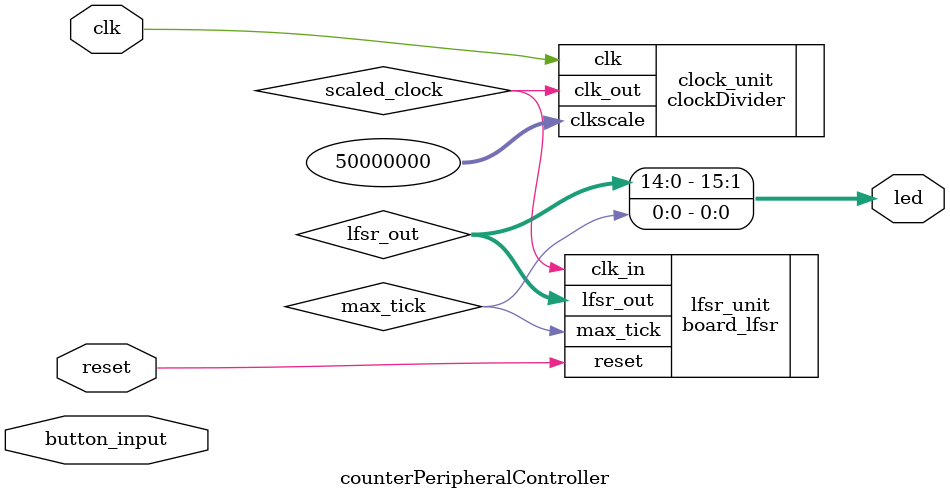
<source format=v>
module counterPeripheralController(
    input clk,
    input reset,
    output [15:0] led,
    input [4:0] button_input
);
    wire [14:0] lfsr_out;
    wire max_tick;
    wire scaled_clock;


    clockDivider clock_unit(.clk(clk), .clk_out(scaled_clock), .clkscale(50000000));
    board_lfsr lfsr_unit(.clk_in(scaled_clock), .reset(reset), .lfsr_out(lfsr_out), .max_tick(max_tick));    
    tracker tracker_unit(.val(1'b1));

    assign led = {lfsr_out, max_tick};

endmodule
</source>
